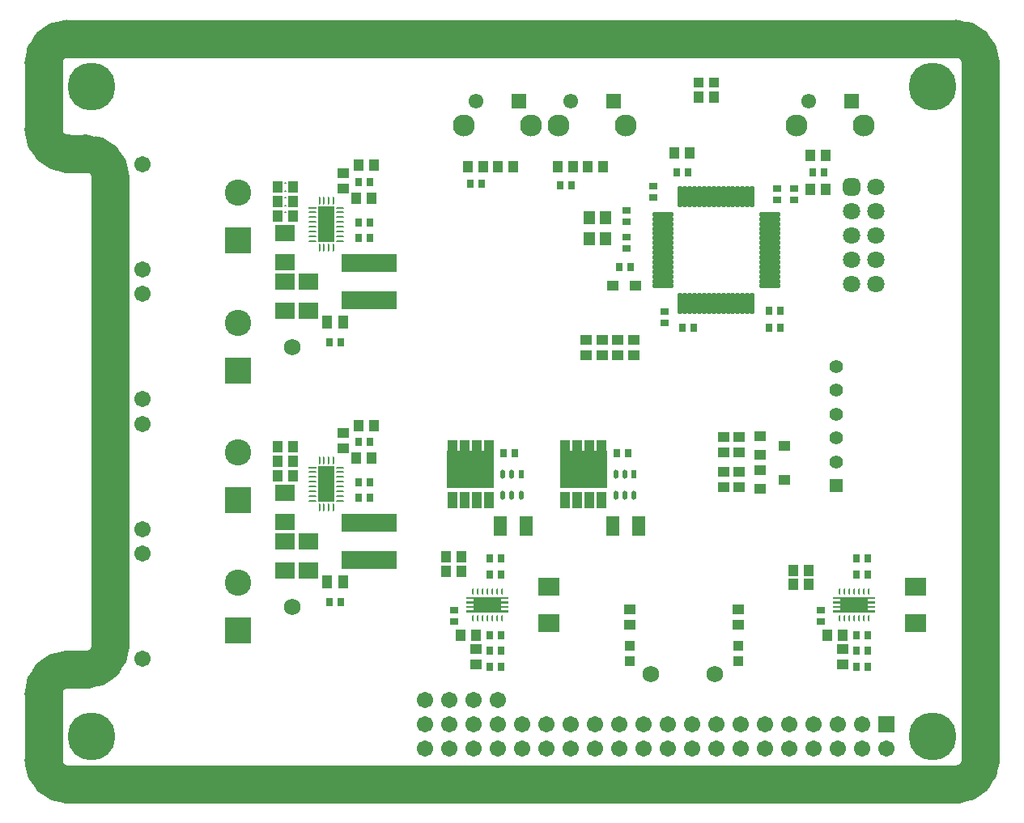
<source format=gts>
G04*
G04 #@! TF.GenerationSoftware,Altium Limited,Altium Designer,24.1.2 (44)*
G04*
G04 Layer_Color=8388736*
%FSLAX44Y44*%
%MOMM*%
G71*
G04*
G04 #@! TF.SameCoordinates,2EF6C2FC-EFCF-4523-B91F-EB5A1425F999*
G04*
G04*
G04 #@! TF.FilePolarity,Negative*
G04*
G01*
G75*
%ADD11C,0.2000*%
%ADD19R,1.4200X2.1300*%
G04:AMPARAMS|DCode=20|XSize=0.6mm|YSize=0.24mm|CornerRadius=0.12mm|HoleSize=0mm|Usage=FLASHONLY|Rotation=90.000|XOffset=0mm|YOffset=0mm|HoleType=Round|Shape=RoundedRectangle|*
%AMROUNDEDRECTD20*
21,1,0.6000,0.0000,0,0,90.0*
21,1,0.3600,0.2400,0,0,90.0*
1,1,0.2400,0.0000,0.1800*
1,1,0.2400,0.0000,-0.1800*
1,1,0.2400,0.0000,-0.1800*
1,1,0.2400,0.0000,0.1800*
%
%ADD20ROUNDEDRECTD20*%
%ADD23R,1.0581X1.3621*%
%ADD24R,0.7500X0.9000*%
%ADD26R,0.9000X0.7500*%
%ADD28R,0.8311X0.2425*%
G04:AMPARAMS|DCode=29|XSize=0.8311mm|YSize=0.2425mm|CornerRadius=0.1212mm|HoleSize=0mm|Usage=FLASHONLY|Rotation=0.000|XOffset=0mm|YOffset=0mm|HoleType=Round|Shape=RoundedRectangle|*
%AMROUNDEDRECTD29*
21,1,0.8311,0.0000,0,0,0.0*
21,1,0.5886,0.2425,0,0,0.0*
1,1,0.2425,0.2943,0.0000*
1,1,0.2425,-0.2943,0.0000*
1,1,0.2425,-0.2943,0.0000*
1,1,0.2425,0.2943,0.0000*
%
%ADD29ROUNDEDRECTD29*%
G04:AMPARAMS|DCode=30|XSize=0.2425mm|YSize=0.8311mm|CornerRadius=0.1212mm|HoleSize=0mm|Usage=FLASHONLY|Rotation=0.000|XOffset=0mm|YOffset=0mm|HoleType=Round|Shape=RoundedRectangle|*
%AMROUNDEDRECTD30*
21,1,0.2425,0.5886,0,0,0.0*
21,1,0.0000,0.8311,0,0,0.0*
1,1,0.2425,0.0000,-0.2943*
1,1,0.2425,0.0000,-0.2943*
1,1,0.2425,0.0000,0.2943*
1,1,0.2425,0.0000,0.2943*
%
%ADD30ROUNDEDRECTD30*%
%ADD34R,2.2860X1.8545*%
G04:AMPARAMS|DCode=35|XSize=0.9397mm|YSize=0.4858mm|CornerRadius=0.2429mm|HoleSize=0mm|Usage=FLASHONLY|Rotation=270.000|XOffset=0mm|YOffset=0mm|HoleType=Round|Shape=RoundedRectangle|*
%AMROUNDEDRECTD35*
21,1,0.9397,0.0000,0,0,270.0*
21,1,0.4539,0.4858,0,0,270.0*
1,1,0.4858,0.0000,-0.2269*
1,1,0.4858,0.0000,0.2269*
1,1,0.4858,0.0000,0.2269*
1,1,0.4858,0.0000,-0.2269*
%
%ADD35ROUNDEDRECTD35*%
%ADD36R,0.4858X0.9397*%
%ADD37R,1.2000X1.4000*%
%ADD38R,1.1500X1.0000*%
%ADD44C,4.0000*%
%ADD45R,1.1032X1.2032*%
%ADD46C,1.4220*%
%ADD47R,2.1032X1.7032*%
%ADD48C,1.7272*%
%ADD49R,5.8032X1.9032*%
%ADD50R,1.7500X3.7500*%
%ADD51R,1.0532X1.6532*%
%ADD52R,1.0532X1.2532*%
%ADD53R,4.9032X3.9532*%
%ADD54R,1.2032X1.1032*%
%ADD55R,1.0032X1.0032*%
%ADD56O,0.5032X2.3032*%
%ADD57O,2.3032X0.5032*%
%ADD58R,1.1532X1.1032*%
%ADD59R,1.0032X1.0032*%
%ADD60R,1.7032X1.7032*%
%ADD61C,1.7032*%
%ADD62R,2.7532X2.7532*%
%ADD63C,2.7532*%
%ADD64C,1.7112*%
%ADD65C,1.4000*%
%ADD66R,1.4000X1.4000*%
%ADD67R,1.5500X1.5500*%
%ADD68C,1.5500*%
%ADD69C,2.3000*%
%ADD70C,1.8032*%
G04:AMPARAMS|DCode=71|XSize=1.8032mm|YSize=1.8032mm|CornerRadius=0.5016mm|HoleSize=0mm|Usage=FLASHONLY|Rotation=270.000|XOffset=0mm|YOffset=0mm|HoleType=Round|Shape=RoundedRectangle|*
%AMROUNDEDRECTD71*
21,1,1.8032,0.8000,0,0,270.0*
21,1,0.8000,1.8032,0,0,270.0*
1,1,1.0032,-0.4000,-0.4000*
1,1,1.0032,-0.4000,0.4000*
1,1,1.0032,0.4000,0.4000*
1,1,1.0032,0.4000,-0.4000*
%
%ADD71ROUNDEDRECTD71*%
%ADD72C,0.3500*%
%ADD73C,5.0000*%
G36*
X486140Y193810D02*
X478390D01*
Y191210D01*
X486140D01*
Y189210D01*
X478390D01*
Y186610D01*
X486140D01*
Y184610D01*
X478390D01*
Y182010D01*
X486140D01*
Y180010D01*
X442140D01*
Y182010D01*
X449890D01*
Y184610D01*
X442140D01*
Y186610D01*
X449890D01*
Y189210D01*
X442140D01*
Y191210D01*
X449890D01*
Y193810D01*
X442140D01*
Y195810D01*
X486140D01*
Y193810D01*
D02*
G37*
G36*
X869680D02*
X861930D01*
Y191210D01*
X869680D01*
Y189210D01*
X861930D01*
Y186610D01*
X869680D01*
Y184610D01*
X861930D01*
Y182010D01*
X869680D01*
Y180010D01*
X825680D01*
Y182010D01*
X833430D01*
Y184610D01*
X825680D01*
Y186610D01*
X833430D01*
Y189210D01*
X825680D01*
Y191210D01*
X833430D01*
Y193810D01*
X825680D01*
Y195810D01*
X869680D01*
Y193810D01*
D02*
G37*
D11*
X252230Y620840D02*
X253230D01*
X252230Y628840D02*
X253230D01*
X252230Y613600D02*
X253230D01*
X252230Y605600D02*
X253230D01*
X252230Y598360D02*
X253230D01*
D19*
X504640Y270510D02*
D03*
X477640D02*
D03*
X595750D02*
D03*
X622750D02*
D03*
D20*
X449140Y201910D02*
D03*
X454140D02*
D03*
X459140D02*
D03*
X464140D02*
D03*
X469140D02*
D03*
X474140D02*
D03*
X479140D02*
D03*
Y173910D02*
D03*
X474140D02*
D03*
X469140D02*
D03*
X464140D02*
D03*
X459140D02*
D03*
X454140D02*
D03*
X449140D02*
D03*
X832680Y201910D02*
D03*
X837680D02*
D03*
X842680D02*
D03*
X847680D02*
D03*
X852680D02*
D03*
X857680D02*
D03*
X862680D02*
D03*
Y173910D02*
D03*
X857680D02*
D03*
X852680D02*
D03*
X847680D02*
D03*
X842680D02*
D03*
X837680D02*
D03*
X832680D02*
D03*
D23*
X296180Y211940D02*
D03*
X313720D02*
D03*
Y483720D02*
D03*
X296180D02*
D03*
D24*
X310950Y190350D02*
D03*
X298950D02*
D03*
X341430Y299570D02*
D03*
X329430D02*
D03*
X341430Y316080D02*
D03*
X329430D02*
D03*
X466440Y123268D02*
D03*
X478440D02*
D03*
X466440Y139778D02*
D03*
X478440D02*
D03*
X466440Y156288D02*
D03*
X478440D02*
D03*
X466440Y219710D02*
D03*
X478440D02*
D03*
X466440Y236220D02*
D03*
X478440D02*
D03*
X298950Y462130D02*
D03*
X310950D02*
D03*
X341280Y358140D02*
D03*
X329280D02*
D03*
X329430Y571350D02*
D03*
X341430D02*
D03*
X481330Y346270D02*
D03*
X493330D02*
D03*
X611440D02*
D03*
X599440D02*
D03*
X329280Y629920D02*
D03*
X341280D02*
D03*
X341430Y587860D02*
D03*
X329430D02*
D03*
X458000Y628000D02*
D03*
X446000D02*
D03*
X552000Y627000D02*
D03*
X540000D02*
D03*
X680062Y477256D02*
D03*
X668062D02*
D03*
X849980Y156288D02*
D03*
X861980D02*
D03*
X849980Y123268D02*
D03*
X861980D02*
D03*
X849980Y139778D02*
D03*
X861980D02*
D03*
X758540Y495300D02*
D03*
X770540D02*
D03*
X758540Y477520D02*
D03*
X770540D02*
D03*
X849980Y219710D02*
D03*
X861980D02*
D03*
X849980Y236220D02*
D03*
X861980D02*
D03*
X602330Y541020D02*
D03*
X614330D02*
D03*
X674020Y640080D02*
D03*
X662020D02*
D03*
X816260D02*
D03*
X804260D02*
D03*
D26*
X429260Y170530D02*
D03*
Y182530D02*
D03*
X650000Y495000D02*
D03*
Y483000D02*
D03*
X812800Y170530D02*
D03*
Y182530D02*
D03*
X609600Y560420D02*
D03*
Y572420D02*
D03*
Y588360D02*
D03*
Y600360D02*
D03*
X637540Y613760D02*
D03*
Y625760D02*
D03*
X767080Y611220D02*
D03*
Y623220D02*
D03*
X784860Y611220D02*
D03*
Y623220D02*
D03*
D28*
X281655Y331548D02*
D03*
X281655Y603330D02*
D03*
D29*
X281655Y326548D02*
D03*
Y321548D02*
D03*
Y316548D02*
D03*
Y311548D02*
D03*
Y306548D02*
D03*
Y301548D02*
D03*
Y296548D02*
D03*
X310465D02*
D03*
Y301548D02*
D03*
Y306548D02*
D03*
Y311548D02*
D03*
Y316548D02*
D03*
Y321548D02*
D03*
Y326548D02*
D03*
Y331548D02*
D03*
X281655Y598330D02*
D03*
Y593330D02*
D03*
Y588330D02*
D03*
Y583330D02*
D03*
Y578330D02*
D03*
Y573330D02*
D03*
Y568330D02*
D03*
X310465D02*
D03*
Y573330D02*
D03*
Y578330D02*
D03*
Y583330D02*
D03*
Y588330D02*
D03*
Y593330D02*
D03*
Y598330D02*
D03*
Y603330D02*
D03*
D30*
X288560Y289643D02*
D03*
X293560D02*
D03*
X298560D02*
D03*
X303560D02*
D03*
Y338453D02*
D03*
X298560D02*
D03*
X293560D02*
D03*
X288560D02*
D03*
X288560Y561425D02*
D03*
X293560D02*
D03*
X298560D02*
D03*
X303560D02*
D03*
Y610235D02*
D03*
X298560D02*
D03*
X293560D02*
D03*
X288560D02*
D03*
D34*
X528320Y206803D02*
D03*
Y168958D02*
D03*
X911860Y206803D02*
D03*
Y168958D02*
D03*
D35*
X499370Y302095D02*
D03*
X489870D02*
D03*
X480370D02*
D03*
Y324405D02*
D03*
X489870D02*
D03*
X607980D02*
D03*
X598480D02*
D03*
Y302095D02*
D03*
X607980D02*
D03*
X617480D02*
D03*
D36*
X499370Y324405D02*
D03*
X617480D02*
D03*
D37*
X570620Y592660D02*
D03*
X587620D02*
D03*
Y570660D02*
D03*
X570620D02*
D03*
D38*
X595310Y521970D02*
D03*
X618810D02*
D03*
D44*
X0Y25000D02*
G03*
X25000Y0I25000J-0D01*
G01*
X25000Y120000D02*
G03*
X0Y95000I-0J-25000D01*
G01*
X45000Y120000D02*
G03*
X70000Y145000I0J25000D01*
G01*
X0Y685000D02*
G03*
X25000Y660000I25000J-0D01*
G01*
X25000Y780000D02*
G03*
X0Y755000I-0J-25000D01*
G01*
X70000Y635000D02*
G03*
X45000Y660000I-25000J0D01*
G01*
X955000Y0D02*
G03*
X980000Y25000I0J25000D01*
G01*
X980000Y755000D02*
G03*
X955000Y780000I-25000J0D01*
G01*
X0Y25000D02*
Y95000D01*
X25000Y120000D02*
X45000D01*
X25000Y0D02*
X955000D01*
X70000Y145000D02*
Y635000D01*
X0Y685000D02*
Y755000D01*
X25000Y660000D02*
X45000D01*
X25000Y780000D02*
X955000D01*
X980000Y755000D02*
X980000Y25000D01*
D45*
X345500Y375000D02*
D03*
X329500D02*
D03*
X421000Y223000D02*
D03*
X437000D02*
D03*
Y238000D02*
D03*
X421000D02*
D03*
X436500Y156210D02*
D03*
X452500D02*
D03*
X244730Y322580D02*
D03*
X260730D02*
D03*
X260730Y353060D02*
D03*
X244730D02*
D03*
X244730Y337820D02*
D03*
X260730D02*
D03*
X244730Y624840D02*
D03*
X260730D02*
D03*
X260730Y609600D02*
D03*
X244730D02*
D03*
X260730Y594360D02*
D03*
X244730D02*
D03*
X327430Y341480D02*
D03*
X343430D02*
D03*
Y613260D02*
D03*
X327430D02*
D03*
X329500Y647500D02*
D03*
X345500D02*
D03*
X460000Y646000D02*
D03*
X444000D02*
D03*
X491000D02*
D03*
X475000D02*
D03*
X554000D02*
D03*
X538000D02*
D03*
X585000D02*
D03*
X569000D02*
D03*
X820040Y156210D02*
D03*
X836040D02*
D03*
X784000Y209000D02*
D03*
X800000D02*
D03*
Y224000D02*
D03*
X784000D02*
D03*
X660020Y660400D02*
D03*
X676020D02*
D03*
X701420Y718820D02*
D03*
X685420D02*
D03*
X818260Y657860D02*
D03*
X802260D02*
D03*
X818260Y622300D02*
D03*
X802260D02*
D03*
D46*
X464140Y187910D02*
D03*
X847680D02*
D03*
D47*
X252730Y253760D02*
D03*
Y223760D02*
D03*
Y274560D02*
D03*
Y304560D02*
D03*
X276860Y253760D02*
D03*
Y223760D02*
D03*
X252730Y525540D02*
D03*
Y495540D02*
D03*
Y576340D02*
D03*
Y546340D02*
D03*
X276860Y495540D02*
D03*
Y525540D02*
D03*
D48*
X260500Y185270D02*
D03*
Y457050D02*
D03*
X635000Y115570D02*
D03*
X702310D02*
D03*
D49*
X340510Y234350D02*
D03*
Y273350D02*
D03*
Y545130D02*
D03*
Y506130D02*
D03*
D50*
X296060Y314048D02*
D03*
X296060Y585830D02*
D03*
D51*
X427640Y297180D02*
D03*
X440340D02*
D03*
X453040D02*
D03*
X465740D02*
D03*
X583850D02*
D03*
X571150D02*
D03*
X558450D02*
D03*
X545750D02*
D03*
D52*
X465740Y354180D02*
D03*
X453040D02*
D03*
X440340D02*
D03*
X427640D02*
D03*
X545750D02*
D03*
X558450D02*
D03*
X571150D02*
D03*
X583850D02*
D03*
D53*
X446690Y329760D02*
D03*
X564800D02*
D03*
D54*
X452120Y141350D02*
D03*
Y125350D02*
D03*
X313840Y367260D02*
D03*
Y351260D02*
D03*
X567690Y449200D02*
D03*
Y465200D02*
D03*
X584200Y449200D02*
D03*
Y465200D02*
D03*
X600710Y449200D02*
D03*
Y465200D02*
D03*
X313840Y623040D02*
D03*
Y639040D02*
D03*
X613410Y167260D02*
D03*
Y183260D02*
D03*
X617220Y465200D02*
D03*
Y449200D02*
D03*
X711200Y363600D02*
D03*
Y347600D02*
D03*
Y326770D02*
D03*
Y310770D02*
D03*
X726440Y183260D02*
D03*
Y167260D02*
D03*
X727710Y310770D02*
D03*
Y326770D02*
D03*
Y347600D02*
D03*
Y363600D02*
D03*
X835660Y141350D02*
D03*
Y125350D02*
D03*
D55*
X613410Y129160D02*
D03*
Y145160D02*
D03*
X726440Y129160D02*
D03*
Y145160D02*
D03*
D56*
X666080Y614800D02*
D03*
X671080D02*
D03*
X676080D02*
D03*
X681080D02*
D03*
X686080D02*
D03*
X691080D02*
D03*
X696080D02*
D03*
X701080D02*
D03*
X706080D02*
D03*
X711080D02*
D03*
X716080D02*
D03*
X721080D02*
D03*
X726080D02*
D03*
X731080D02*
D03*
X736080D02*
D03*
X741080D02*
D03*
Y502800D02*
D03*
X736080D02*
D03*
X731080D02*
D03*
X726080D02*
D03*
X721080D02*
D03*
X716080D02*
D03*
X711080D02*
D03*
X706080D02*
D03*
X701080D02*
D03*
X696080D02*
D03*
X691080D02*
D03*
X686080D02*
D03*
X681080D02*
D03*
X676080D02*
D03*
X671080D02*
D03*
X666080D02*
D03*
D57*
X759580Y596300D02*
D03*
Y591300D02*
D03*
Y586300D02*
D03*
Y581300D02*
D03*
Y576300D02*
D03*
Y571300D02*
D03*
Y566300D02*
D03*
Y561300D02*
D03*
Y556300D02*
D03*
Y551300D02*
D03*
Y546300D02*
D03*
Y541300D02*
D03*
Y536300D02*
D03*
Y531300D02*
D03*
Y526300D02*
D03*
Y521300D02*
D03*
X647580D02*
D03*
Y526300D02*
D03*
Y531300D02*
D03*
Y536300D02*
D03*
Y541300D02*
D03*
Y546300D02*
D03*
Y551300D02*
D03*
Y556300D02*
D03*
Y561300D02*
D03*
Y566300D02*
D03*
Y571300D02*
D03*
Y576300D02*
D03*
Y581300D02*
D03*
Y586300D02*
D03*
Y591300D02*
D03*
Y596300D02*
D03*
D58*
X749500Y344830D02*
D03*
X774500Y354330D02*
D03*
X749500Y363830D02*
D03*
Y309270D02*
D03*
X774500Y318770D02*
D03*
X749500Y328270D02*
D03*
D59*
X701420Y734060D02*
D03*
X685420D02*
D03*
D60*
X881300Y62700D02*
D03*
D61*
Y37300D02*
D03*
X855900Y62700D02*
D03*
Y37300D02*
D03*
X830500Y62700D02*
D03*
Y37300D02*
D03*
X805100Y62700D02*
D03*
Y37300D02*
D03*
X779700Y62700D02*
D03*
Y37300D02*
D03*
X754300Y62700D02*
D03*
Y37300D02*
D03*
X728900Y62700D02*
D03*
Y37300D02*
D03*
X703500Y62700D02*
D03*
Y37300D02*
D03*
X678100Y62700D02*
D03*
Y37300D02*
D03*
X652700Y62700D02*
D03*
Y37300D02*
D03*
X627300Y62700D02*
D03*
Y37300D02*
D03*
X601900Y62700D02*
D03*
Y37300D02*
D03*
X576500Y62700D02*
D03*
Y37300D02*
D03*
X551100Y62700D02*
D03*
Y37300D02*
D03*
X525700Y62700D02*
D03*
Y37300D02*
D03*
X500300Y62700D02*
D03*
Y37300D02*
D03*
X398700Y62700D02*
D03*
X424100Y37300D02*
D03*
Y62700D02*
D03*
X449500Y37300D02*
D03*
Y62700D02*
D03*
X474900Y37300D02*
D03*
Y62700D02*
D03*
X398700Y88100D02*
D03*
X424100D02*
D03*
X449500D02*
D03*
X474900D02*
D03*
X398700Y37300D02*
D03*
D62*
X203200Y432930D02*
D03*
Y161150D02*
D03*
Y297176D02*
D03*
Y568960D02*
D03*
D63*
Y482930D02*
D03*
Y211150D02*
D03*
Y347176D02*
D03*
Y618960D02*
D03*
D64*
X103200Y512930D02*
D03*
Y402930D02*
D03*
Y131150D02*
D03*
Y241150D02*
D03*
Y267176D02*
D03*
Y377176D02*
D03*
Y538960D02*
D03*
Y648960D02*
D03*
D65*
X829100Y437230D02*
D03*
Y412230D02*
D03*
Y387230D02*
D03*
Y362230D02*
D03*
Y337230D02*
D03*
D66*
Y312230D02*
D03*
D67*
X596540Y714490D02*
D03*
X845460D02*
D03*
X497480D02*
D03*
D68*
X551540D02*
D03*
X800460D02*
D03*
X452480D02*
D03*
D69*
X609040Y689490D02*
D03*
X539040D02*
D03*
X857960D02*
D03*
X787960D02*
D03*
X509980D02*
D03*
X439980D02*
D03*
D70*
X845000Y523400D02*
D03*
Y548800D02*
D03*
X870400Y523400D02*
D03*
Y548800D02*
D03*
X845000Y574200D02*
D03*
X870400D02*
D03*
Y599600D02*
D03*
X845000D02*
D03*
X870400Y625000D02*
D03*
D71*
X845000D02*
D03*
D72*
X474140Y187910D02*
D03*
X469140D02*
D03*
X464140D02*
D03*
X459140D02*
D03*
X454140D02*
D03*
X474140Y182910D02*
D03*
X469140D02*
D03*
X464140D02*
D03*
X459140D02*
D03*
X454140D02*
D03*
X474140Y192910D02*
D03*
X469140D02*
D03*
X464140D02*
D03*
X459140D02*
D03*
X454140D02*
D03*
X857680Y187910D02*
D03*
X852680D02*
D03*
X847680D02*
D03*
X842680D02*
D03*
X837680D02*
D03*
X857680Y182910D02*
D03*
X852680D02*
D03*
X847680D02*
D03*
X842680D02*
D03*
X837680D02*
D03*
X857680Y192910D02*
D03*
X852680D02*
D03*
X847680D02*
D03*
X842680D02*
D03*
X837680D02*
D03*
D73*
X930000Y730000D02*
D03*
X50000Y50000D02*
D03*
Y730000D02*
D03*
X930000Y50000D02*
D03*
M02*

</source>
